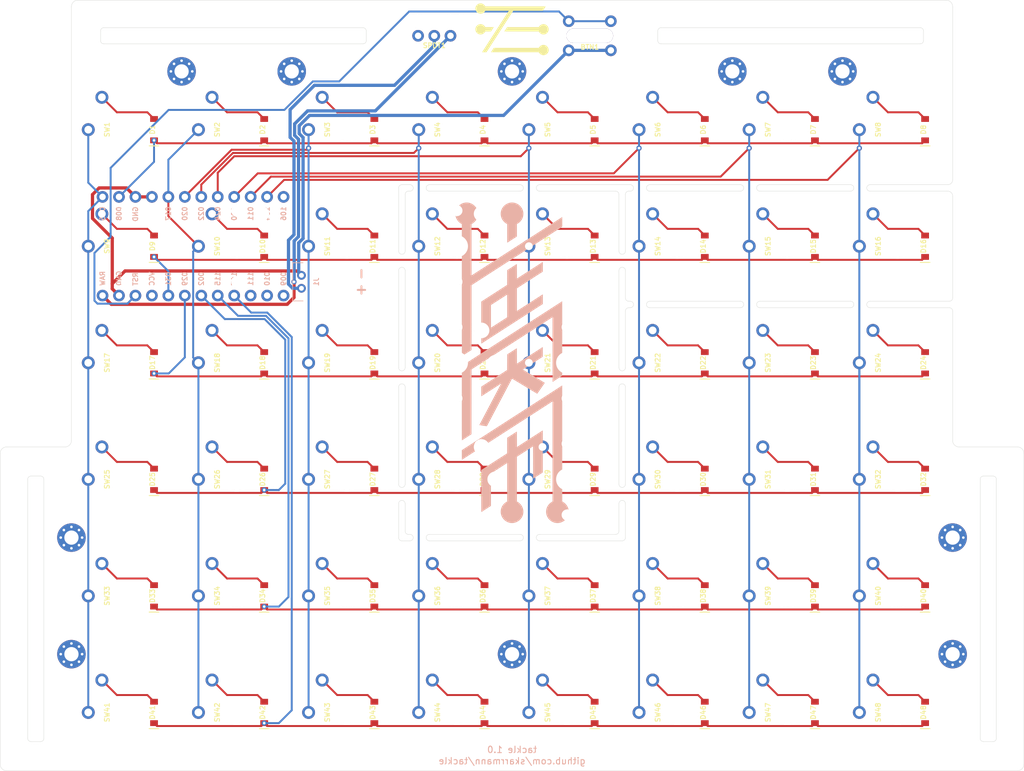
<source format=kicad_pcb>
(kicad_pcb (version 20240108) (generator "pcbnew") (generator_version "8.0")
  (title_block (title "Tackle Choc") (date "2024-11-28") (rev "1.0") (company "skarrmann"))
  (layers (0 "F.Cu" signal) (31 "B.Cu" signal) (34 "B.Paste" user) (35 "F.Paste" user) (36 "B.SilkS" user "B.Silkscreen") (37 "F.SilkS" user "F.Silkscreen") (38 "B.Mask" user) (39 "F.Mask" user) (44 "Edge.Cuts" user))
  (net 0 "")
  (net 1 "GND")
  (net 2 "VCC")
  (net 3 "RESET")
  (net 4 "Net-(D1-A)")
  (net 5 "COL1")
  (net 6 "COL2")
  (net 7 "Net-(D2-A)")
  (net 8 "COL3")
  (net 9 "Net-(D3-A)")
  (net 10 "Net-(D4-A)")
  (net 11 "COL4")
  (net 12 "Net-(D5-A)")
  (net 13 "COL5")
  (net 14 "ROW5")
  (net 15 "Net-(D6-A)")
  (net 16 "ROW6")
  (net 17 "Net-(D7-A)")
  (net 18 "Net-(D8-A)")
  (net 19 "Net-(D9-A)")
  (net 20 "Net-(D10-A)")
  (net 21 "Net-(D11-A)")
  (net 22 "Net-(D12-A)")
  (net 23 "Net-(D13-A)")
  (net 24 "Net-(D14-A)")
  (net 25 "Net-(D15-A)")
  (net 26 "Net-(D16-A)")
  (net 27 "Net-(D17-A)")
  (net 28 "Net-(D18-A)")
  (net 29 "Net-(D19-A)")
  (net 30 "Net-(D20-A)")
  (net 31 "Net-(D21-A)")
  (net 32 "Net-(D22-A)")
  (net 33 "Net-(D23-A)")
  (net 34 "Net-(D24-A)")
  (net 35 "Net-(D25-A)")
  (net 36 "Net-(D26-A)")
  (net 37 "Net-(D27-A)")
  (net 38 "Net-(D28-A)")
  (net 39 "Net-(D29-A)")
  (net 40 "Net-(D30-A)")
  (net 41 "Net-(D31-A)")
  (net 42 "Net-(D32-A)")
  (net 43 "Net-(D33-A)")
  (net 44 "Net-(D34-A)")
  (net 45 "Net-(D35-A)")
  (net 46 "ROW4")
  (net 47 "ROW2")
  (net 48 "ROW1")
  (net 49 "ROW3")
  (net 50 "BAT+")
  (net 51 "RAW")
  (net 52 "Net-(D36-A)")
  (net 53 "Net-(D37-A)")
  (net 54 "Net-(D38-A)")
  (net 55 "Net-(D39-A)")
  (net 56 "Net-(D40-A)")
  (net 57 "Net-(D41-A)")
  (net 58 "Net-(D42-A)")
  (net 59 "Net-(D43-A)")
  (net 60 "Net-(D44-A)")
  (net 61 "Net-(D45-A)")
  (net 62 "Net-(D46-A)")
  (net 63 "Net-(D47-A)")
  (net 64 "Net-(D48-A)")
  (net 65 "COL6")
  (net 66 "COL7")
  (net 67 "COL8")
  (footprint "tackle-footprints:SW_Choc" (layer "F.Cu") (at 122.5 86 90)
    (property "Reference" "SW19")
    (property "Value" "SW_Push" (hide yes))
  )
  (footprint "tackle-footprints:SW_Choc" (layer "F.Cu") (at 207.5 122 90)
    (property "Reference" "SW40")
    (property "Value" "SW_Push" (hide yes))
  )
  (footprint "tackle-footprints:D_SOD-123" (layer "F.Cu") (at 160.75 122 90)
    (property "Reference" "D37")
    (property "Value" "D" (hide yes))
  )
  (footprint "tackle-footprints:SW_Choc" (layer "F.Cu") (at 156.5 140 90)
    (property "Reference" "SW45")
    (property "Value" "SW_Push" (hide yes))
  )
  (footprint "tackle-footprints:SW_Choc" (layer "F.Cu") (at 207.5 50 90)
    (property "Reference" "SW8")
    (property "Value" "SW_Push" (hide yes))
  )
  (footprint "tackle-footprints:SW_Choc" (layer "F.Cu") (at 122.5 68 90)
    (property "Reference" "SW11")
    (property "Value" "SW_Push" (hide yes))
  )
  (footprint "tackle-footprints:SW_Choc" (layer "F.Cu") (at 139.5 86 90)
    (property "Reference" "SW20")
    (property "Value" "SW_Push" (hide yes))
  )
  (footprint "tackle-footprints:D_SOD-123" (layer "F.Cu") (at 177.75 140 90)
    (property "Reference" "D46")
    (property "Value" "D" (hide yes))
  )
  (footprint "tackle-footprints:Mount_M2" (layer "F.Cu") (at 97 41)
    (property "Reference" "H1")
    (property "Value" "Hole_Pad" (hide yes))
  )
  (footprint "tackle-footprints:SW_Choc" (layer "F.Cu") (at 173.5 140 90)
    (property "Reference" "SW46")
    (property "Value" "SW_Push" (hide yes))
  )
  (footprint "tackle-footprints:SW_Choc" (layer "F.Cu") (at 139.5 122 90)
    (property "Reference" "SW36")
    (property "Value" "SW_Push" (hide yes))
  )
  (footprint "tackle-footprints:Mount_M2" (layer "F.Cu") (at 80 131)
    (property "Reference" "H8")
    (property "Value" "Hole_Pad" (hide yes))
  )
  (footprint "tackle-footprints:SW_Choc" (layer "F.Cu") (at 156.5 50 90)
    (property "Reference" "SW5")
    (property "Value" "SW_Push" (hide yes))
  )
  (footprint "tackle-footprints:SW_Choc" (layer "F.Cu") (at 156.5 104 90)
    (property "Reference" "SW29")
    (property "Value" "SW_Push" (hide yes))
  )
  (footprint "tackle-footprints:D_SOD-123" (layer "F.Cu") (at 211.75 140 90)
    (property "Reference" "D48")
    (property "Value" "D" (hide yes))
  )
  (footprint "tackle-footprints:SW_Choc" (layer "F.Cu") (at 105.5 86 90)
    (property "Reference" "SW18")
    (property "Value" "SW_Push" (hide yes))
  )
  (footprint "tackle-footprints:SW_Choc" (layer "F.Cu") (at 105.5 50 90)
    (property "Reference" "SW2")
    (property "Value" "SW_Push" (hide yes))
  )
  (footprint "tackle-footprints:D_SOD-123" (layer "F.Cu") (at 194.75 122 90)
    (property "Reference" "D39")
    (property "Value" "D" (hide yes))
  )
  (footprint "tackle-footprints:D_SOD-123" (layer "F.Cu") (at 126.75 50 90)
    (property "Reference" "D3")
    (property "Value" "D" (hide yes))
  )
  (footprint "tackle-footprints:D_SOD-123" (layer "F.Cu") (at 109.75 104 90)
    (property "Reference" "D26")
    (property "Value" "D" (hide yes))
  )
  (footprint "tackle-footprints:D_SOD-123" (layer "F.Cu") (at 194.75 140 90)
    (property "Reference" "D47")
    (property "Value" "D" (hide yes))
  )
  (footprint "tackle-footprints:D_SOD-123" (layer "F.Cu") (at 109.75 86 90)
    (property "Reference" "D18")
    (property "Value" "D" (hide yes))
  )
  (footprint "tackle-footprints:Logo_Tackle" (layer "F.Cu") (at 148 34.5)
    (property "Reference" "LOGO1" (hide yes))
    (property "Value" "Logo" (hide yes))
  )
  (footprint "tackle-footprints:D_SOD-123" (layer "F.Cu") (at 143.75 50 90)
    (property "Reference" "D4")
    (property "Value" "D" (hide yes))
  )
  (footprint "tackle-footprints:SW_Choc" (layer "F.Cu") (at 88.5 122 90)
    (property "Reference" "SW33")
    (property "Value" "SW_Push" (hide yes))
  )
  (footprint "tackle-footprints:Mount_M2" (layer "F.Cu") (at 216 113)
    (property "Reference" "H7")
    (property "Value" "Hole_Pad" (hide yes))
  )
  (footprint "tackle-footprints:D_SOD-123" (layer "F.Cu") (at 194.75 104 90)
    (property "Reference" "D31")
    (property "Value" "D" (hide yes))
  )
  (footprint "tackle-footprints:Cutout_SW_SS12D00" (layer "F.Cu") (at 160 35.5 180)
    (property "Reference" "CUTOUT2" (hide yes))
    (property "Value" "Cutout-SW_SPDT" (hide yes))
  )
  (footprint "tackle-footprints:D_SOD-123" (layer "F.Cu") (at 143.75 68 90)
    (property "Reference" "D12")
    (property "Value" "D" (hide yes))
  )
  (footprint "tackle-footprints:SW_Choc" (layer "F.Cu") (at 105.5 122 90)
    (property "Reference" "SW34")
    (property "Value" "SW_Push" (hide yes))
  )
  (footprint "tackle-footprints:D_SOD-123" (layer "F.Cu") (at 177.75 50 90)
    (property "Reference" "D6")
    (property "Value" "D" (hide yes))
  )
  (footprint "tackle-footprints:D_SOD-123" (layer "F.Cu") (at 160.75 86 90)
    (property "Reference" "D21")
    (property "Value" "D" (hide yes))
  )
  (footprint "tackle-footprints:Mount_M2" (layer "F.Cu") (at 182 41)
    (property "Reference" "H4")
    (property "Value" "Hole_Pad" (hide yes))
  )
  (footprint "tackle-footprints:D_SOD-123" (layer "F.Cu") (at 92.75 104 90)
    (property "Reference" "D25")
    (property "Value" "D" (hide yes))
  )
  (footprint "tackle-footprints:D_SOD-123" (layer "F.Cu") (at 177.75 68 90)
    (property "Reference" "D14")
    (property "Value" "D" (hide yes))
  )
  (footprint "tackle-footprints:Mount_M2" (layer "F.Cu") (at 148 41)
    (property "Reference" "H3")
    (property "Value" "Hole_Pad" (hide yes))
  )
  (footprint "tackle-footprints:SW_Choc" (layer "F.Cu") (at 139.5 140 90)
    (property "Reference" "SW44")
    (property "Value" "SW_Push" (hide yes))
  )
  (footprint "tackle-footprints:SW_Choc" (layer "F.Cu") (at 88.5 104 90)
    (property "Reference" "SW25")
    (property "Value" "SW_Push" (hide yes))
  )
  (footprint "tackle-footprints:D_SOD-123" (layer "F.Cu") (at 109.75 68 90)
    (property "Reference" "D10")
    (property "Value" "D" (hide yes))
  )
  (footprint "tackle-footprints:SW_Choc" (layer "F.Cu") (at 207.5 104 90)
    (property "Reference" "SW32")
    (property "Value" "SW_Push" (hide yes))
  )
  (footprint "tackle-footprints:SW_Choc" (layer "F.Cu") (at 173.5 86 90)
    (property "Reference" "SW22")
    (property "Value" "SW_Push" (hide yes))
  )
  (footprint "tackle-footprints:SW_Choc" (layer "F.Cu") (at 88.5 68 90)
    (property "Reference" "SW9")
    (property "Value" "SW_Push" (hide yes))
  )
  (footprint "tackle-footprints:D_SOD-123" (layer "F.Cu") (at 126.75 86 90)
    (property "Reference" "D19")
    (property "Value" "D" (hide yes))
  )
  (footprint "tackle-footprints:D_SOD-123" (layer "F.Cu") (at 92.75 122 90)
    (property "Reference" "D33")
    (property "Value" "D" (hide yes))
  )
  (footprint "tackle-footprints:D_SOD-123" (layer "F.Cu") (at 177.75 86 90)
    (property "Reference" "D22")
    (property "Value" "D" (hide yes))
  )
  (footprint "tackle-footprints:SW_Choc" (layer "F.Cu") (at 190.5 104 90)
    (property "Reference" "SW31")
    (property "Value" "SW_Push" (hide yes))
  )
  (footprint "tackle-footprints:D_SOD-123" (layer "F.Cu") (at 211.75 50 90)
    (property "Reference" "D8")
    (property "Value" "D" (hide yes))
  )
  (footprint "tackle-footprints:D_SOD-123" (layer "F.Cu") (at 92.75 140 90)
    (property "Reference" "D41")
    (property "Value" "D" (hide yes))
  )
  (footprint "tackle-footprints:SW_Choc" (layer "F.Cu") (at 122.5 122 90)
    (property "Reference" "SW35")
    (property "Value" "SW_Push" (hide yes))
  )
  (footprint "tackle-footprints:D_SOD-123" (layer "F.Cu") (at 143.75 122 90)
    (property "Reference" "D36")
    (property "Value" "D" (hide yes))
  )
  (footprint "tackle-footprints:D_SOD-123" (layer "F.Cu") (at 194.75 50 90)
    (property "Reference" "D7")
    (property "Value" "D" (hide yes))
  )
  (footprint "tackle-footprints:D_SOD-123" (layer "F.Cu") (at 92.75 50 90)
    (property "Reference" "D1")
    (property "Value" "D" (hide yes))
  )
  (footprint "tackle-footprints:SW_Choc" (layer "F.Cu") (at 156.5 68 90)
    (property "Reference" "SW13")
    (property "Value" "SW_Push" (hide yes))
  )
  (footprint "tackle-footprints:SW_Choc" (layer "F.Cu") (at 190.5 68 90)
    (property "Reference" "SW15")
    (property "Value" "SW_Push" (hide yes))
  )
  (footprint "tackle-footprints:SW_Choc" (layer "F.Cu") (at 207.5 140 90)
    (property "Reference" "SW48")
    (property "Value" "SW_Push" (hide yes))
  )
  (footprint "tackle-footprints:Mount_M2" (layer "F.Cu") (at 216 131)
    (property "Reference" "H10")
    (property "Value" "Hole_Pad" (hide yes))
  )
  (footprint "tackle-footprints:D_SOD-123" (layer "F.Cu") (at 143.75 140 90)
    (property "Reference" "D44")
    (property "Value" "D" (hide yes))
  )
  (footprint "tackle-footprints:SW_Choc" (layer "F.Cu") (at 173.5 122 90)
    (property "Reference" "SW38")
    (property "Value" "SW_Push" (hide yes))
  )
  (footprint "tackle-footprints:D_SOD-123" (layer "F.Cu") (at 143.75 86 90)
    (property "Reference" "D20")
    (property "Value" "D" (hide yes))
  )
  (footprint "tackle-footprints:SW_Choc" (layer "F.Cu") (at 190.5 50 90)
    (property "Reference" "SW7")
    (property "Value" "SW_Push" (hide yes))
  )
  (footprint "tackle-footprints:D_SOD-123" (layer "F.Cu") (at 126.75 122 90)
    (property "Reference" "D35")
    (property "Value" "D" (hide yes))
  )
  (footprint "tackle-footprints:SW_Choc" (layer "F.Cu") (at 139.5 104 90)
    (property "Reference" "SW28")
    (property "Value" "SW_Push" (hide yes))
  )
  (footprint "tackle-footprints:D_SOD-123" (layer "F.Cu") (at 160.75 104 90)
    (property "Reference" "D29")
    (property "Value" "D" (hide yes))
  )
  (footprint "tackle-footprints:Mount_M2" (layer "F.Cu") (at 114 41)
    (property "Reference" "H2")
    (property "Value" "Hole_Pad" (hide yes))
  )
  (footprint "tackle-footprints:SW_Choc" (layer "F.Cu") (at 190.5 140 90)
    (property "Reference" "SW47")
    (property "Value" "SW_Push" (hide yes))
  )
  (footprint "tackle-footprints:Cutout_SW_Push_6mm" (layer "F.Cu") (at 136 35.5 180)
    (property "Reference" "CUTOUT3" (hide yes))
    (property "Value" "Cutout-BTN" (hide yes))
  )
  (footprint "tackle-footprints:D_SOD-123" (layer "F.Cu") (at 160.75 68 90)
    (property "Reference" "D13")
    (property "Value" "D" (hide yes))
  )
  (footprint "tackle-footprints:D_SOD-123" (layer "F.Cu") (at 211.75 122 90)
    (property "Reference" "D40")
    (property "Value" "D" (hide yes))
  )
  (footprint "tackle-footprints:D_SOD-123" (layer "F.Cu") (at 143.75 104 90)
    (property "Reference" "D28")
    (property "Value" "D" (hide yes))
  )
  (footprint "tackle-footprints:D_SOD-123" (layer "F.Cu") (at 92.75 68 90)
    (property "Reference" "D9")
    (property "Value" "D" (hide yes))
  )
  (footprint "tackle-footprints:SW_Choc" (layer "F.Cu") (at 190.5 86 90)
    (property "Reference" "SW23")
    (property "Value" "SW_Push" (hide yes))
  )
  (footprint "tackle-footprints:SW_Choc" (layer "F.Cu") (at 173.5 68 90)
    (property "Reference" "SW14")
    (property "Value" "SW_Push" (hide yes))
  )
  (footprint "tackle-footprints:SW_Choc" (layer "F.Cu") (at 105.5 140 90)
    (property "Reference" "SW42")
    (property "Value" "SW_Push" (hide yes))
  )
  (footprint "tackle-footprints:SW_Push_6mm" (layer "F.Cu") (at 160 35.5)
    (property "Reference" "BTN1")
    (property "Value" "RESET" (hide yes))
  )
  (footprint "tackle-footprints:SW_Choc" (layer "F.Cu") (at 156.5 122 90)
    (property "Reference" "SW37")
    (property "Value" "SW_Push" (hide yes))
  )
  (footprint "tackle-footprints:D_SOD-123" (layer "F.Cu") (at 126.75 68 90)
    (property "Reference" "D11")
    (property "Value" "D" (hide yes))
  )
  (footprint "tackle-footprints:SW_Choc" (layer "F.Cu") (at 88.5 140 90)
    (property "Reference" "SW41")
    (property "Value" "SW_Push" (hide yes))
  )
  (footprint "tackle-footprints:SW_Choc" (layer "F.Cu") (at 190.5 122 90)
    (property "Reference" "SW39")
    (property "Value" "SW_Push" (hide yes))
  )
  (footprint "tackle-footprints:D_SOD-123" (layer "F.Cu") (at 126.75 140 90)
    (property "Reference" "D43")
    (property "Value" "D" (hide yes))
  )
  (footprint "tackle-footprints:D_SOD-123" (layer "F.Cu") (at 194.75 86 90)
    (property "Reference" "D23")
    (property "Value" "D" (hide yes))
  )
  (footprint "tackle-footprints:D_SOD-123" (layer "F.Cu") (at 211.75 86 90)
    (property "Reference" "D24")
    (property "Value" "D" (hide yes))
  )
  (footprint "tackle-footprints:SW_Choc" (layer "F.Cu") (at 122.5 140 90)
    (property "Reference" "SW43")
    (property "Value" "SW_Push" (hide yes))
  )
  (footprint "tackle-footprints:D_SOD-123" (layer "F.Cu") (at 109.75 122 90)
    (property "Reference" "D34")
    (property "Value" "D" (hide yes))
  )
  (footprint "tackle-footprints:SW_Choc" (layer "F.Cu") (at 207.5 86 90)
    (property "Reference" "SW24")
    (property "Value" "SW_Push" (hide yes))
  )
  (footprint "tackle-footprints:SW_Choc" (layer "F.Cu") (at 105.5 104 90)
    (property "Reference" "SW26")
    (property "Value" "SW_Push" (hide yes))
  )
  (footprint "tackle-footprints:D_SOD-123" (layer "F.Cu") (at 160.75 50 90)
    (property "Reference" "D5")
    (property "Value" "D" (hide yes))
  )
  (footprint "tackle-footprints:D_SOD-123" (layer "F.Cu") (at 211.75 104 90)
    (property "Reference" "D32")
    (property "Value" "D" (hide yes))
  )
  (footprint "tackle-footprints:D_SOD-123" (layer "F.Cu") (at 211.75 68 90)
    (property "Reference" "D16")
    (property "Value" "D" (hide yes))
  )
  (footprint "tackle-footprints:SW_SS12D00" (layer "F.Cu") (at 136 35.5)
    (property "Reference" "SPDT1")
    (property "Value" "SW_SPDT" (hide yes))
  )
  (footprint "tackle-footprints:D_SOD-123" (layer "F.Cu") (at 92.75 86 90)
    (property "Reference" "D17")
    (property "Value" "D" (hide yes))
  )
  (footprint "tackle-footprints:SW_Choc" (layer "F.Cu") (at 122.5 104 90)
    (property "Reference" "SW27")
    (property "Value" "SW_Push" (hide yes))
  )
  (footprint "tackle-footprints:D_SOD-123" (layer "F.Cu") (at 109.75 140 90)
    (property "Reference" "D42")
    (property "Value" "D" (hide yes))
  )
  (footprint "tackle-footprints:D_SOD-123" (layer "F.Cu") (at 160.75 140 90)
    (property "Reference" "D45")
    (property "Value" "D" (hide yes))
  )
  (footprint "tackle-footprints:Mount_M2" (layer "F.Cu") (at 80 113)
    (property "Reference" "H6")
    (property "Value" "Hole_Pad" (hide yes))
  )
  (footprint "tackle-footprints:D_SOD-123" (layer "F.Cu") (at 126.75 104 90)
    (property "Reference" "D27")
    (property "Value" "D" (hide yes))
  )
  (footprint "tackle-footprints:SW_Choc" (layer "F.Cu") (at 88.5 86 90)
    (property "Reference" "SW17")
    (property "Value" "SW_Push" (hide yes))
  )
  (footprint "tackle-footprints:SW_Choc" (layer "F.Cu") (at 139.5 50 90)
    (property "Reference" "SW4")
    (property "Value" "SW_Push" (hide yes))
  )
  (footprint "tackle-footprints:D_SOD-123" (layer "F.Cu") (at 177.75 122 90)
    (property "Reference" "D38")
    (property "Value" "D" (hide yes))
  )
  (footprint "tackle-footprints:Mount_M2" (layer "F.Cu") (at 148 131)
    (property "Reference" "H9")
    (property "Value" "Hole_Pad" (hide yes))
  )
  (footprint "tackle-footprints:SW_Choc" (layer "F.Cu") (at 88.5 50 90)
    (property "Reference" "SW1")
    (property "Value" "SW_Push" (hide yes))
  )
  (footprint "tackle-footprints:Mount_M2" (layer "F.Cu") (at 199 41)
    (property "Reference" "H5")
    (property "Value" "Hole_Pad" (hide yes))
  )
  (footprint "tackle-footprints:SW_Choc" (layer "F.Cu") (at 156.5 86 90)
    (property "Reference" "SW21")
    (property "Value" "SW_Push" (hide yes))
  )
  (footprint "tackle-footprints:D_SOD-123" (layer "F.Cu") (at 194.75 68 90)
    (property "Reference" "D15")
    (property "Value" "D" (hide yes))
  )
  (footprint "tackle-footprints:SW_Choc" (layer "F.Cu") (at 207.5 68 90)
    (property "Reference" "SW16")
    (property "Value" "SW_Push" (hide yes))
  )
  (footprint "tackle-footprints:SW_Choc" (layer "F.Cu") (at 105.5 68 90)
    (property "Reference" "SW10")
    (property "Value" "SW_Push" (hide yes))
  )
  (footprint "tackle-footprints:SW_Choc" (layer "F.Cu") (at 122.5 50 90)
    (property "Reference" "SW3")
    (property "Value" "SW_Push" (hide yes))
  )
  (footprint "tackle-footprints:SW_Choc" (layer "F.Cu") (at 173.5 104 90)
    (property "Reference" "SW30")
    (property "Value" "SW_Push" (hide yes))
  )
  (footprint "tackle-footprints:D_SOD-123" (layer "F.Cu") (at 109.75 50 90)
    (property "Reference" "D2")
    (property "Value" "D" (hide yes))
  )
  (footprint "tackle-footprints:D_SOD-123" (layer "F.Cu") (at 177.75 104 90)
    (property "Reference" "D30")
    (property "Value" "D" (hide yes))
  )
  (footprint "tackle-footprints:SW_Choc" (layer "F.Cu") (at 139.5 68 90)
    (property "Reference" "SW12")
    (property "Value" "SW_Push" (hide yes))
  )
  (footprint "tackle-footprints:SW_Choc" (layer "F.Cu") (at 173.5 50 90)
    (property "Reference" "SW6")
    (property "Value" "SW_Push" (hide yes))
  )
  (footprint "tackle-footprints:nice!nano" (layer "B.Cu") (at 81 68 -90)
    (property "Reference" "U1" (hide yes))
    (property "Value" "nice!nano" (hide yes))
  )
  (footprint "tackle-footprints:Logo_Tackle_Name" (layer "B.Cu") (at 148 86 -90)
    (property "Reference" "LOGO2" (hide yes))
    (property "Value" "Logo-Name" (hide yes))
  )
  (footprint "tackle-footprints:JST_PH_S2B-PH-K_1x02_P2.00mm_Horizontal" (layer "B.Cu") (at 114.15 73.5 -90)
    (property "Reference" "J1")
    (property "Value" "Conn_01x02" (hide yes))
  )
  (gr_arc (start 164.5 89.749997) (mid 165.000002 89.25) (end 165.5 89.75) (stroke (width 0.05)) (layer "Edge.Cuts"))
  (gr_line (start 171 36.75) (end 211 36.75) (stroke (width 0.05)) (layer "Edge.Cuts"))
  (gr_arc (start 215.5 77.5) (mid 215.853553 77.646447) (end 216 78) (stroke (width 0.05)) (layer "Edge.Cuts"))
  (gr_line (start 132.25 113.5) (end 131 113.5) (stroke (width 0.05)) (layer "Edge.Cuts"))
  (gr_line (start 149.250001 59.5) (end 135.25 59.5) (stroke (width 0.05)) (layer "Edge.Cuts"))
  (gr_line (start 152.25 112.5) (end 164 112.5) (stroke (width 0.05)) (layer "Edge.Cuts"))
  (gr_arc (start 70 149) (mid 69.292893 148.707107) (end 69 148) (stroke (width 0.05)) (layer "Edge.Cuts"))
  (gr_line (start 165.5 71.749999) (end 165.5 76) (stroke (width 0.05)) (layer "Edge.Cuts"))
  (gr_arc (start 73.25 103.999999) (mid 73.396447 103.646446) (end 73.75 103.499999) (stroke (width 0.05)) (layer "Edge.Cuts"))
  (gr_line (start 215.5 76.5) (end 203.25 76.5) (stroke (width 0.05)) (layer "Edge.Cuts"))
  (gr_line (start 149.25 113.5) (end 135.25 113.5) (stroke (width 0.05)) (layer "Edge.Cuts"))
  (gr_arc (start 79.999998 98) (mid 79.707105 98.707106) (end 78.999998 99) (stroke (width 0.05)) (layer "Edge.Cuts"))
  (gr_line (start 166 59.5) (end 166.25 59.5) (stroke (width 0.05)) (layer "Edge.Cuts"))
  (gr_line (start 164.5 112) (end 164.500004 107.749999) (stroke (width 0.05)) (layer "Edge.Cuts"))
  (gr_line (start 171 34.25) (end 211 34.25) (stroke (width 0.05)) (layer "Edge.Cuts"))
  (gr_line (start 216 78) (end 216.000002 98) (stroke (width 0.05)) (layer "Edge.Cuts"))
  (gr_arc (start 84.5 34.75) (mid 84.646447 34.396447) (end 85 34.25) (stroke (width 0.05)) (layer "Edge.Cuts"))
  (gr_line (start 165.5 89.75) (end 165.5 104.750002) (stroke (width 0.05)) (layer "Edge.Cuts"))
  (gr_line (start 164.500004 71.749999) (end 164.5 86.75) (stroke (width 0.05)) (layer "Edge.Cuts"))
  (gr_line (start 131 58.5) (end 132.25 58.5) (stroke (width 0.05)) (layer "Edge.Cuts"))
  (gr_line (start 169.25 58.5) (end 183.25 58.5) (stroke (width 0.05)) (layer "Edge.Cuts"))
  (gr_line (start 183.250001 59.5) (end 169.25 59.5) (stroke (width 0.05)) (layer "Edge.Cuts"))
  (gr_line (start 125.499999 36.249999) (end 125.499999 34.749999) (stroke (width 0.05)) (layer "Edge.Cuts"))
  (gr_arc (start 165.5 78) (mid 165.646447 77.646447) (end 166 77.5) (stroke (width 0.05)) (layer "Edge.Cuts"))
  (gr_line (start 70 99.000002) (end 78.999998 99) (stroke (width 0.05)) (layer "Edge.Cuts"))
  (gr_arc (start 203.249999 77.5) (mid 202.75 76.999999) (end 203.25 76.5) (stroke (width 0.05)) (layer "Edge.Cuts"))
  (gr_line (start 130.5 89.75) (end 130.5 104.750001) (stroke (width 0.05)) (layer "Edge.Cuts"))
  (gr_arc (start 132.25 112.5) (mid 132.75 113) (end 132.25 113.5) (stroke (width 0.05)) (layer "Edge.Cuts"))
  (gr_line (start 216 60.249999) (end 216 76) (stroke (width 0.05)) (layer "Edge.Cuts"))
  (gr_line (start 183.25 76.5) (end 169.249999 76.5) (stroke (width 0.05)) (layer "Edge.Cuts"))
  (gr_line (start 216 31) (end 216 57.750001) (stroke (width 0.05)) (layer "Edge.Cuts"))
  (gr_arc (start 130.5 59.000002) (mid 130.646446 58.646447) (end 131 58.5) (stroke (width 0.05)) (layer "Edge.Cuts"))
  (gr_line (start 130.5 59.000002) (end 130.5 68.750001) (stroke (width 0.05)) (layer "Edge.Cuts"))
  (gr_arc (start 164.500004 71.749999) (mid 165.000002 71.250001) (end 165.5 71.749999) (stroke (width 0.05)) (layer "Edge.Cuts"))
  (gr_line (start 200.250001 59.5) (end 186.25 59.5) (stroke (width 0.05)) (layer "Edge.Cuts"))
  (gr_arc (start 165.5 68.750002) (mid 165.000001 69.25) (end 164.5 68.750003) (stroke (width 0.05)) (layer "Edge.Cuts"))
  (gr_line (start 170.5 34.75) (end 170.5 36.25) (stroke (width 0.05)) (layer "Edge.Cuts"))
  (gr_arc (start 130.5 107.75) (mid 131 107.25) (end 131.5 107.75) (stroke (width 0.05)) (layer "Edge.Cuts"))
  (gr_arc (start 211 34.249998) (mid 211.353554 34.396444) (end 211.5 34.749998) (stroke (width 0.05)) (layer "Edge.Cuts"))
  (gr_line (start 85 36.75) (end 125 36.75) (stroke (width 0.05)) (layer "Edge.Cuts"))
  (gr_line (start 166.25 77.5) (end 166 77.5) (stroke (width 0.05)) (layer "Edge.Cuts"))
  (gr_line (start 132 59.5) (end 132.25 59.5) (stroke (width 0.05)) (layer "Edge.Cuts"))
  (gr_arc (start 135.25 113.5) (mid 134.75 113) (end 135.249999 112.5) (stroke (width 0.05)) (layer "Edge.Cuts"))
  (gr_line (start 222.250001 103.5) (end 220.749999 103.5) (stroke (width 0.05)) (layer "Edge.Cuts"))
  (gr_arc (start 85 36.75) (mid 84.646447 36.603553) (end 84.5 36.25) (stroke (width 0.05)) (layer "Edge.Cuts"))
  (gr_arc (start 149.250003 58.5) (mid 149.75 59.000001) (end 149.250001 59.5) (stroke (width 0.05)) (layer "Edge.Cuts"))
  (gr_arc (start 80.000001 31.000001) (mid 80.292894 30.292894) (end 81.000001 30.000001) (stroke (width 0.05)) (layer "Edge.Cuts"))
  (gr_arc (start 216 57.750001) (mid 215.78033 58.28033) (end 215.25 58.5) (stroke (width 0.05)) (layer "Edge.Cuts"))
  (gr_arc (start 200.250003 58.5) (mid 200.75 59.000001) (end 200.250001 59.5) (stroke (width 0.05)) (layer "Edge.Cuts"))
  (gr_arc (start 169.25 59.5) (mid 168.75 59) (end 169.25 58.5) (stroke (width 0.05)) (layer "Edge.Cuts"))
  (gr_line (start 131.5 107.75) (end 131.5 112) (stroke (width 0.05)) (layer "Edge.Cuts"))
  (gr_line (start 75.750001 144.000001) (end 75.750002 103.999999) (stroke (width 0.05)) (layer "Edge.Cuts"))
  (gr_arc (start 215.25 59.5) (mid 215.78033 59.71967) (end 216 60.249999) (stroke (width 0.05)) (layer "Edge.Cuts"))
  (gr_arc (start 132.25 58.5) (mid 132.75 59) (end 132.25 59.5) (stroke (width 0.05)) (layer "Edge.Cuts"))
  (gr_arc (start 171 36.75) (mid 170.646447 36.603553) (end 170.5 36.25) (stroke (width 0.05)) (layer "Edge.Cuts"))
  (gr_line (start 215.25 58.5) (end 203.249999 58.5) (stroke (width 0.05)) (layer "Edge.Cuts"))
  (gr_line (start 85 34.25) (end 125 34.25) (stroke (width 0.05)) (layer "Edge.Cuts"))
  (gr_arc (start 215 30) (mid 215.707107 30.292893) (end 216 31) (stroke (width 0.05)) (layer "Edge.Cuts"))
  (gr_arc (start 227 148) (mid 226.707107 148.707107) (end 226 149) (stroke (width 0.05)) (layer "Edge.Cuts"))
  (gr_line (start 165.5 78) (end 165.5 86.75) (stroke (width 0.05)) (layer "Edge.Cuts"))
  (gr_line (start 225.999999 99.000001) (end 217 99) (stroke (width 0.05)) (layer "Edge.Cuts"))
  (gr_line (start 130.5 71.75) (end 130.5 86.750001) (stroke (width 0.05)) (layer "Edge.Cuts"))
  (gr_arc (start 132 112.5) (mid 131.646447 112.353553) (end 131.5 112) (stroke (width 0.05)) (layer "Edge.Cuts"))
  (gr_line (start 166 76.5) (end 166.25 76.5) (stroke (width 0.05)) (layer "Edge.Cuts"))
  (gr_line (start 164.5 89.749997) (end 164.5 104.750003) (stroke (width 0.05)) (layer "Edge.Cuts"))
  (gr_arc (start 69 100.000002) (mid 69.292893 99.292894) (end 70 99.000002) (stroke (width 0.05)) (layer "Edge.Cuts"))
  (gr_arc (start 165.5 113) (mid 165.353553 113.353553) (end 165 113.5) (stroke (width 0.05)) (layer "Edge.Cuts"))
  (gr_line (start 186.249997 76.5) (end 200.250002 76.5) (stroke (width 0.05)) (layer "Edge.Cuts"))
  (gr_line (start 165 113.5) (end 152.25 113.5) (stroke (width 0.05)) (layer "Edge.Cuts"))
  (gr_arc (start 183.25 58.5) (mid 183.75 59) (end 183.250001 59.5) (stroke (width 0.05)) (layer "Edge.Cuts"))
  (gr_line (start 149.250001 112.5) (end 135.249999 112.5) (stroke (width 0.05)) (layer "Edge.Cuts"))
  (gr_arc (start 169.25 77.5) (mid 168.75 77) (end 169.249999 76.5) (stroke (width 0.05)) (layer "Edge.Cuts"))
  (gr_arc (start 125.5 36.25) (mid 125.353553 36.603553) (end 125 36.75) (stroke (width 0.05)) (layer "Edge.Cuts"))
  (gr_line (start 130.5 107.75) (end 130.5 113) (stroke (width 0.05)) (layer "Edge.Cuts"))
  (gr_arc (start 164 59.5) (mid 164.353553 59.646447) (end 164.5 60) (stroke (width 0.05)) (layer "Edge.Cuts"))
  (gr_line (start 68.999999 148.000001) (end 69 100.000002) (stroke (width 0.05)) (layer "Edge.Cuts"))
  (gr_arc (start 217.000002 99) (mid 216.292894 98.707107) (end 216.000002 98) (stroke (width 0.05)) (layer "Edge.Cuts"))
  (gr_arc (start 211.5 36.25) (mid 211.353553 36.603553) (end 211 36.75) (stroke (width 0.05)) (layer "Edge.Cuts"))
  (gr_arc (start 131.5 104.750003) (mid 130.999999 105.25) (end 130.5 104.750001) (stroke (width 0.05)) (layer "Edge.Cuts"))
  (gr_arc (start 164.500004 107.749999) (mid 165.000002 107.250001) (end 165.5 107.75) (stroke (width 0.05)) (layer "Edge.Cuts"))
  (gr_line (start 220.749999 144.5) (end 222.250001 144.5) (stroke (width 0.05)) (layer "Edge.Cuts"))
  (gr_arc (start 131 113.5) (mid 130.646447 113.353553) (end 130.5 113) (stroke (width 0.05)) (layer "Edge.Cuts"))
  (gr_line (start 73.249999 144.000001) (end 73.25 103.999999) (stroke (width 0.05)) (layer "Edge.Cuts"))
  (gr_arc (start 165.5 104.750002) (mid 165.000001 105.25) (end 164.5 104.750003) (stroke (width 0.05)) (layer "Edge.Cuts"))
  (gr_arc (start 135.25 59.5) (mid 134.75 59) (end 135.25 58.5) (stroke (width 0.05)) (layer "Edge.Cuts"))
  (gr_line (start 215.25 59.5) (end 203.25 59.5) (stroke (width 0.05)) (layer "Edge.Cuts"))
  (gr_line (start 135.25 58.5) (end 149.250003 58.5) (stroke (width 0.05)) (layer "Edge.Cuts"))
  (gr_line (start 152.25 58.5) (end 166.25 58.5) (stroke (width 0.05)) (layer "Edge.Cuts"))
  (gr_arc (start 165.5 86.75) (mid 165 87.25) (end 164.5 86.75) (stroke (width 0.05)) (layer "Edge.Cuts"))
  (gr_arc (start 186.249998 77.5) (mid 185.75 77.000001) (end 186.249997 76.5) (stroke (width 0.05)) (layer "Edge.Cuts"))
  (gr_line (start 152.25 59.5) (end 164 59.5) (stroke (width 0.05)) (layer "Edge.Cuts"))
  (gr_line (start 222.75 144.000001) (end 222.750001 103.999999) (stroke (width 0.05)) (layer "Edge.Cuts"))
  (gr_arc (start 152.25 113.5) (mid 151.75 113) (end 152.25 112.5) (stroke (width 0.05)) (layer "Edge.Cuts"))
  (gr_arc (start 130.5 89.75) (mid 131 89.25) (end 131.5 89.75) (stroke (width 0.05)) (layer "Edge.Cuts"))
  (gr_line (start 164.5 60) (end 164.5 68.750003) (stroke (width 0.05)) (layer "Edge.Cuts"))
  (gr_arc (start 131.5 68.750003) (mid 130.999999 69.25) (end 130.5 68.750001) (stroke (width 0.05)) (layer "Edge.Cuts"))
  (gr_arc (start 165.5 60) (mid 165.646447 59.646447) (end 166 59.5) (stroke (width 0.05)) (layer "Edge.Cuts"))
  (gr_line (start 131.5 89.75) (end 131.5 104.750003) (stroke (width 0.05)) (layer "Edge.Cuts"))
  (gr_arc (start 131.5 86.750003) (mid 130.999999 87.25) (end 130.5 86.750001) (stroke (width 0.05)) (layer "Edge.Cuts"))
  (gr_line (start 84.5 34.75) (end 84.5 36.25) (stroke (width 0.05)) (layer "Edge.Cuts"))
  (gr_line (start 226 149) (end 70 149) (stroke (width 0.05)) (layer "Edge.Cuts"))
  (gr_line (start 165.5 113) (end 165.5 107.75) (stroke (width 0.05)) (layer "Edge.Cuts"))
  (gr_line (start 220.249998 144.000001) (end 220.249999 103.999999) (stroke (width 0.05)) (layer "Edge.Cuts"))
  (gr_line (start 200.25 77.5) (end 186.249998 77.5) (stroke (width 0.05)) (layer "Edge.Cuts"))
  (gr_arc (start 222.250001 103.499999) (mid 222.603554 103.646446) (end 222.750001 103.999999) (stroke (width 0.05)) (layer "Edge.Cuts"))
  (gr_arc (start 164.5 112) (mid 164.353553 112.353553) (end 164 112.5) (stroke (width 0.05)) (layer "Edge.Cuts"))
  (gr_line (start 131.5 71.75) (end 131.5 86.750003) (stroke (width 0.05)) (layer "Edge.Cuts"))
  (gr_line (start 165.5 60) (end 165.5 68.750002) (stroke (width 0.05)) (layer "Edge.Cuts"))
  (gr_arc (start 216 76) (mid 215.853553 76.353553) (end 215.5 76.5) (stroke (width 0.05)) (layer "Edge.Cuts"))
  (gr_line (start 81 30) (end 215 30) (stroke (width 0.05)) (layer "Edge.Cuts"))
  (gr_arc (start 131.5 60) (mid 131.646447 59.646447) (end 132 59.5) (stroke (width 0.05)) (layer "Edge.Cuts"))
  (gr_line (start 211.499999 36.249999) (end 211.499999 34.749999) (stroke (width 0.05)) (layer "Edge.Cuts"))
  (gr_arc (start 186.25 59.5) (mid 185.75 59) (end 186.25 58.5) (stroke (width 0.05)) (layer "Edge.Cuts"))
  (gr_arc (start 226 99.000002) (mid 226.707106 99.292895) (end 227 100.000002) (stroke (width 0.05)) (layer "Edge.Cuts"))
  (gr_arc (start 73.749999 144.500001) (mid 73.396446 144.353554) (end 73.249999 144.000001) (stroke (width 0.05)) (layer "Edge.Cuts"))
  (gr_arc (start 125 34.249998) (mid 125.353553 34.396445) (end 125.5 34.749998) (stroke (width 0.05)) (layer "Edge.Cuts"))
  (gr_line (start 215.5 77.5) (end 203.249999 77.5) (stroke (width 0.05)) (layer "Edge.Cuts"))
  (gr_arc (start 183.25 76.5) (mid 183.75 77) (end 183.250001 77.5) (stroke (width 0.05)) (layer "Edge.Cuts"))
  (gr_line (start 131.5 68.750003) (end 131.5 60) (stroke (width 0.05)) (layer "Edge.Cuts"))
  (gr_line (start 73.75 144.5) (end 75.250002 144.5) (stroke (width 0.05)) (layer "Edge.Cuts"))
  (gr_line (start 79.999998 98) (end 80.000001 31.000001) (stroke (width 0.05)) (layer "Edge.Cuts"))
  (gr_arc (start 130.5 71.75) (mid 131 71.25) (end 131.5 71.75) (stroke (width 0.05)) (layer "Edge.Cuts"))
  (gr_line (start 75.250002 103.5) (end 73.75 103.5) (stroke (width 0.05)) (layer "Edge.Cuts"))
  (gr_arc (start 75.750001 144.000001) (mid 75.603554 144.353554) (end 75.250001 144.500001) (stroke (width 0.05)) (layer "Edge.Cuts"))
  (gr_arc (start 166.25 76.5) (mid 166.75 77) (end 166.25 77.5) (stroke (width 0.05)) (layer "Edge.Cuts"))
  (gr_arc (start 220.749998 144.500001) (mid 220.396445 144.353554) (end 220.249998 144.000001) (stroke (width 0.05)) (layer "Edge.Cuts"))
  (gr_arc (start 170.5 34.75) (mid 170.646447 34.396447) (end 171 34.25) (stroke (width 0.05)) (layer "Edge.Cuts"))
  (gr_line (start 169.25 77.5) (end 183.250001 77.5) (stroke (width 0.05)) (layer "Edge.Cuts"))
  (gr_arc (start 149.250001 112.5) (mid 149.75 113.000001) (end 149.25 113.5) (stroke (width 0.05)) (layer "Edge.Cuts"))
  (gr_arc (start 222.75 144.000001) (mid 222.603553 144.353554) (end 222.25 144.500001) (stroke (width 0.05)) (layer "Edge.Cuts"))
  (gr_arc (start 220.249999 103.999999) (mid 220.396446 103.646446) (end 220.749999 103.499999) (stroke (width 0.05)) (layer "Edge.Cuts"))
  (gr_arc (start 75.250002 103.499999) (mid 75.603555 103.646446) (end 75.750002 103.999999) (stroke (width 0.05)) (layer "Edge.Cuts"))
  (gr_arc (start 166 76.5) (mid 165.646447 76.353553) (end 165.5 76) (stroke (width 0.05)) (layer "Edge.Cuts"))
  (gr_arc (start 200.250002 76.5) (mid 200.75 77.000001) (end 200.25 77.5) (stroke (width 0.05)) (layer "Edge.Cuts"))
  (gr_arc (start 203.25 59.5) (mid 202.75 59) (end 203.249999 58.5) (stroke (width 0.05)) (layer "Edge.Cuts"))
  (gr_line (start 227.000001 148.000001) (end 227 100.000002) (stroke (width 0.05)) (layer "Edge.Cuts"))
  (gr_arc (start 152.25 59.5) (mid 151.75 59) (end 152.25 58.5) (stroke (width 0.05)) (layer "Edge.Cuts"))
  (gr_line (start 186.25 58.5) (end 200.250003 58.5) (stroke (width 0.05)) (layer "Edge.Cuts"))
  (gr_arc (start 166.25 58.5) (mid 166.75 59) (end 166.25 59.5) (stroke (width 0.05)) (layer "Edge.Cuts"))
  (gr_line (start 132 112.5) (end 132.25 112.5) (stroke (width 0.05)) (layer "Edge.Cuts"))
  (gr_text "github.com/skarrmann/tackle" (at 148 147.5 0) (layer "B.SilkS") (effects (font (size 1 1)) (justify mirror)))
  (gr_text "tackle 1.0" (at 148 145.75 0) (layer "B.SilkS") (effects (font (size 1 1)) (justify mirror)))
  (segment (start 88.265812 71.825) (end 114.825 71.825) (width 0.5) (layer "F.Cu") (net 1))
  (segment (start 86.3 73.790812) (end 88.265812 71.825) (width 0.5) (layer "F.Cu") (net 1))
  (segment (start 88.5 59) (end 89.88 60.38) (width 0.5) (layer "F.Cu") (net 1))
  (segment (start 89.88 60.38) (end 92.42 60.38) (width 0.5) (layer "F.Cu") (net 1))
  (segment (start 114.825 71.825) (end 115.5 72.5) (width 0.5) (layer "F.Cu") (net 1))
  (segment (start 86.3 66.75) (end 83.25 63.7) (width 0.5) (layer "F.Cu") (net 1))
  (segment (start 83.25 63.7) (end 83.25 60.020811) (width 0.5) (layer "F.Cu") (net 1))
  (segment (start 84.270811 59) (end 88.5 59) (width 0.5) (layer "F.Cu") (net 1))
  (segment (start 87.34 75.62) (end 86.3 74.58) (width 0.5) (layer "F.Cu") (net 1))
  (segment (start 86.3 74.58) (end 86.3 66.75) (width 0.5) (layer "F.Cu") (net 1))
  (segment (start 83.25 60.020811) (end 84.270811 59) (width 0.5) (layer "F.Cu") (net 1))
  (segment (start 86.7 74.98) (end 87.34 75.62) (width 0.5) (layer "F.Cu") (net 1))
  (segment (start 115.75 66.79939) (end 115.75 51.20061) (width 0.5) (layer "B.Cu") (net 1))
  (segment (start 115.075 72.075) (end 115.075 67.47439) (width 0.5) (layer "B.Cu") (net 1))
  (segment (start 115.5 72.5) (end 115.075 72.075) (width 0.5) (layer "B.Cu") (net 1))
  (segment (start 115.75 51.20061) (end 115.15 50.60061) (width 0.5) (layer "B.Cu") (net 1))
  (segment (start 156.75 37.75) (end 163.25 37.75) (width 0.5) (layer "B.Cu") (net 1))
  (segment (start 116.74939 47.8) (end 146.7 47.8) (width 0.5) (layer "B.Cu") (net 1))
  (segment (start 115.075 67.47439) (end 115.75 66.79939) (width 0.5) (layer "B.Cu") (net 1))
  (segment (start 115.15 50.60061) (end 115.15 49.39939) (width 0.5) (layer "B.Cu") (net 1))
  (segment (start 146.7 47.8) (end 156.75 37.75) (width 0.5) (layer "B.Cu") (net 1))
  (segment (start 115.15 49.39939) (end 116.74939 47.8) (width 0.5) (layer "B.Cu") (net 1))
  (segment (start 86.05 66.55) (end 86.05 55.9) (width 0.3) (layer "B.Cu") (net 3))
  (segment (start 95 46.95) (end 112.860912 46.95) (width 0.3) (layer "B.Cu") (net 3))
  (segment (start 156.75 33.25) (end 163.25 33.25) (width 0.3) (layer "B.Cu") (net 3))
  (segment (start 112.860912 46.95) (end 117.260912 42.55) (width 0.3) (layer "B.Cu") (net 3))
  (segment (start 83.55 69.05) (end 86.05 66.55) (width 0.3) (layer "B.Cu") (net 3))
  (segment (start 83.55 76.4) (end 83.55 69.05) (width 0.3) (layer "B.Cu") (net 3))
  (segment (start 155.25 31.75) (end 156.75 33.25) (width 0.3) (layer "B.Cu") (net 3))
  (segment (start 121.32868 42.55) (end 132.12868 31.75) (width 0.3) (layer "B.Cu") (net 3))
  (segment (start 86.05 55.9) (end 95 46.95) (width 0.3) (layer "B.Cu") (net 3))
  (segment (start 84.02 76.87) (end 83.55 76.4) (width 0.3) (layer "B.Cu") (net 3))
  (segment (start 89.88 75.62) (end 88.63 76.87) (width 0.3) (layer "B.Cu") (net 3))
  (segment (start 132.12868 31.75) (end 155.25 31.75) (width 0.3) (layer "B.Cu") (net 3))
  (segment (start 88.63 76.87) (end 84.02 76.87) (width 0.3) (layer "B.Cu") (net 3))
  (segment (start 117.260912 42.55) (end 121.32868 42.55) (width 0.3) (layer "B.Cu") (net 3))
  (segment (start 87.015076 47.315076) (end 91.715076 47.315076) (width 0.3) (layer "F.Cu") (net 4))
  (segment (start 84.7 45) (end 87.015076 47.315076) (width 0.3) (layer "F.Cu") (net 4))
  (segment (start 91.715076 47.315076) (end 92.75 48.35) (width 0.3) (layer "F.Cu") (net 4))
  (segment (start 82.6 68) (end 82.6 140) (width 0.3) (layer "B.Cu") (net 5))
  (segment (start 82.6 58.18) (end 84.8 60.38) (width 0.3) (layer "B.Cu") (net 5))
  (segment (start 84.8 60.38) (end 82.6 62.58) (width 0.3) (layer "B.Cu") (net 5))
  (segment (start 82.6 50) (end 82.6 58.18) (width 0.3) (layer "B.Cu") (net 5))
  (segment (start 82.6 62.58) (end 82.6 68) (width 0.3) (layer "B.Cu") (net 5))
  (segment (start 94.96 63.36) (end 94.96 60.38) (width 0.3) (layer "F.Cu") (net 6))
  (segment (start 99.6 68) (end 94.96 63.36) (width 0.3) (layer "F.Cu") (net 6))
  (segment (start 98.79 85.19) (end 99.6 86) (width 0.3) (layer "B.Cu") (net 6))
  (segment (start 98.79 68.81) (end 98.79 85.19) (width 0.3) (layer "B.Cu") (net 6))
  (segment (start 99.6 140) (end 99.6 86) (width 0.3) (layer "B.Cu") (net 6))
  (segment (start 99.6 68) (end 98.79 68.81) (width 0.3) (layer "B.Cu") (net 6))
  (segment (start 94.96 60.38) (end 94.96 54.64) (width 0.3) (layer "B.Cu") (net 6))
  (segment (start 94.96 54.64) (end 99.6 50) (width 0.3) (layer "B.Cu") (net 6))
  (segment (start 101.7 45) (end 104.015076 47.315076) (width 0.3) (layer "F.Cu") (net 7))
  (segment (start 104.015076 47.315076) (end 108.715076 47.315076) (width 0.3) (layer "F.Cu") (net 7))
  (segment (start 108.715076 47.315076) (end 109.75 48.35) (width 0.3) (layer "F.Cu") (net 7))
  (segment (start 97.5 60.318021) (end 101.834011 55.98401) (width 0.3) (layer "F.Cu") (net 8))
  (segment (start 104.71802 53.1) (end 116.35 53.1) (width 0.3) (layer "F.Cu") (net 8))
  (segment (start 101.834011 55.98401) (end 104.425127 53.392893) (width 0.3) (layer "F.Cu") (net 8))
  (segment (start 116.35 53.1) (end 116.6 52.85) (width 0.3) (layer "F.Cu") (net 8))
  (segment (start 104.425127 53.392893) (end 104.71802 53.1) (width 0.3) (layer "F.Cu") (net 8))
  (segment (start 97.5 60.38) (end 97.5 60.318021) (width 0.3) (layer "F.Cu") (net 8))
  (via (at 116.6 52.85) (size 0.8) (drill 0.4) (layers "F.Cu" "B.Cu") (net 8))
  (segment (start 116.6 140) (end 116.6 50) (width 0.3) (layer "B.Cu") (net 8))
  (segment (start 125.715076 47.315076) (end 126.75 48.35) (width 0.3) (layer "F.Cu") (net 9))
  (segment (start 121.015076 47.315076) (end 125.715076 47.315076) (width 0.3) (layer "F.Cu") (net 9))
  (segment (start 118.7 45) (end 121.015076 47.315076) (width 0.3) (layer "F.Cu") (net 9))
  (segment (start 135.7 45) (end 138.015076 47.315076) (width 0.3) (layer "F.Cu") (net 10))
  (segment (start 142.715076 47.315076) (end 143.75 48.35) (width 0.3) (layer "F.Cu") (net 10))
  (segment (start 138.015076 47.315076) (end 142.715076 47.315076) (width 0.3) (layer "F.Cu") (net 10))
  (segment (start 100.04 60.38) (end 100.04 58.485127) (width 0.3) (layer "F.Cu") (net 11))
  (segment (start 100.04 58.485127) (end 104.925127 53.6) (width 0.3) (layer "F.Cu") (net 11))
  (segment (start 132.85 53.6) (end 133.6 52.85) (width 0.3) (layer "F.Cu") (net 11))
  (segment (start 104.925127 53.6) (end 132.85 53.6) (width 0.3) (layer "F.Cu") (net 11))
  (via (at 133.6 52.85) (size 0.8) (drill 0.4) (layers "F.Cu" "B.Cu") (net 11))
  (segment (start 133.6 140) (end 133.6 50) (width 0.3) (layer "B.Cu") (net 11))
  (segment (start 159.715076 47.315076) (end 160.75 48.35) (width 0.3) (layer "F.Cu") (net 12))
  (segment (start 152.7 45) (end 155.015076 47.315076) (width 0.3) (layer "F.Cu") (net 12))
  (segment (start 155.015076 47.315076) (end 159.715076 47.315076) (width 0.3) (layer "F.Cu") (net 12))
  (segment (start 105.132233 54.1) (end 149.35 54.1) (width 0.3) (layer "F.Cu") (net 13))
  (segment (start 102.58 60.38) (end 102.58 56.652233) (width 0.3) (layer "F.Cu") (net 13))
  (segment (start 149.35 54.1) (end 150.6 52.85) (width 0.3) (layer "F.Cu") (net 13))
  (segment (start 102.58 56.652233) (end 105.132233 54.1) (width 0.3) (layer "F.Cu") (net 13))
  (via (at 150.6 52.85) (size 0.8) (drill 0.4) (layers "F.Cu" "B.Cu") (net 13))
  (segment (start 150.6 140) (end 150.6 50) (width 0.3) (layer "B.Cu") (net 13))
  (segment (start 109.3 124.1) (end 109.75 123.65) (width 0.3) (layer "F.Cu") (net 14))
  (segment (start 177.3 124.1) (end 177.75 123.65) (width 0.3) (layer "F.Cu") (net 14))
  (segment (start 126.3 124.1) (end 126.75 123.65) (width 0.3) (layer "F.Cu") (net 14))
  (segment (start 178.2 124.1) (end 194.3 124.1) (width 0.3) (layer "F.Cu") (net 14))
  (segment (start 127.2 124.1) (end 143.3 124.1) (width 0.3) (layer "F.Cu") (net 14))
  (segment (start 143.75 123.65) (end 144.2 124.1) (width 0.3) (layer "F.Cu") (net 14))
  (segment (start 126.75 123.65) (end 127.2 124.1) (width 0.3) (layer "F.Cu") (net 14))
  (segment (start 160.3 124.1) (end 160.75 123.65) (width 0.3) (layer "F.Cu") (net 14))
  (segment (start 110.2 124.1) (end 126.3 124.1) (width 0.3) (layer "F.Cu") (net 14))
  (segment (start 144.2 124.1) (end 160.3 124.1) (width 0.3) (layer "F.Cu") (net 14))
  (segment (start 194.75 123.65) (end 195.2 124.1) (width 0.3) (layer "F.Cu") (net 14))
  (segment (start 161.2 124.1) (end 177.3 124.1) (width 0.3) (layer "F.Cu") (net 14))
  (segment (start 195.2 124.1) (end 211.3 124.1) (width 0.3) (layer "F.Cu") (net 14))
  (segment (start 92.75 123.65) (end 93.2 124.1) (width 0.3) (layer "F.Cu") (net 14))
  (segment (start 160.75 123.65) (end 161.2 124.1) (width 0.3) (layer "F.Cu") (net 14))
  (segment (start 109.75 123.65) (end 110.2 124.1) (width 0.3) (layer "F.Cu") (net 14))
  (segment (start 143.3 124.1) (end 143.75 123.65) (width 0.3) (layer "F.Cu") (net 14))
  (segment (start 211.3 124.1) (end 211.75 123.65) (width 0.3) (layer "F.Cu") (net 14))
  (segment (start 177.75 123.65) (end 178.2 124.1) (width 0.3) (layer "F.Cu") (net 14))
  (segment (start 194.3 124.1) (end 194.75 123.65) (width 0.3) (layer "F.Cu") (net 14))
  (segment (start 93.2 124.1) (end 109.3 124.1) (width 0.3) (layer "F.Cu") (net 14))
  (via (at 109.75 123.65) (size 0.8) (drill 0.4) (layers "F.Cu" "B.Cu") (net 14))
  (segment (start 112.012742 123.65) (end 109.75 123.65) (width 0.3) (layer "B.Cu") (net 14))
  (segment (start 113.5 122.162742) (end 112.012742 123.65) (width 0.3) (layer "B.Cu") (net 14))
  (segment (start 102.58 75.62) (end 105.71 78.75) (width 0.3) (layer "B.Cu") (net 14))
  (segment (start 113.5 82.230151) (end 113.5 122.162742) (width 0.3) (layer "B.Cu") (net 14))
  (segment (start 110.019849 78.75) (end 113.5 82.230151) (width 0.3) (layer "B.Cu") (net 14))
  (segment (start 105.71 78.75) (end 110.019849 78.75) (width 0.3) (layer "B.Cu") (net 14))
  (segment (start 176.715076 47.315076) (end 177.75 48.35) (width 0.3) (layer "F.Cu") (net 15))
  (segment (start 169.7 45) (end 172.015076 47.315076) (width 0.3) (layer "F.Cu") (net 15))
  (segment (start 172.015076 47.315076) (end 176.715076 47.315076) (width 0.3) (layer "F.Cu") (net 15))
  (segment (start 177.75 141.65) (end 178.2 142.1) (width 0.3) (layer "F.Cu") (net 16))
  (segment (start 93.2 142.1) (end 109.3 142.1) (width 0.3) (layer "F.Cu") (net 16))
  (segment (start 161.2 142.1) (end 177.3 142.1) (width 0.3) (layer "F.Cu") (net 16))
  (segment (start 109.3 142.1) (end 109.75 141.65) (width 0.3) (layer "F.Cu") (net 16))
  (segment (start 126.75 141.65) (end 127.2 142.1) (width 0.3) (layer "F.Cu") (net 16))
  (segment (start 177.3 142.1) (end 177.75 141.65) (width 0.3) (layer "F.Cu") (net 16))
  (segment (start 160.75 141.65) (end 161.2 142.1) (width 0.3) (layer "F.Cu") (net 16))
  (segment (start 194.3 142.1) (end 194.75 141.65) (width 0.3) (layer "F.Cu") (net 16))
  (segment (start 92.75 141.65) (end 93.2 142.1) (width 0.3) (layer "F.Cu") (net 16))
  (segment (start 144.2 142.1) (end 160.3 142.1) (width 0.3) (layer "F.Cu") (net 16))
  (segment (start 143.3 142.1) (end 143.75 141.65) (width 0.3) (layer "F.Cu") (net 16))
  (segment (start 178.2 142.1) (end 194.3 142.1) (width 0.3) (layer "F.Cu") (net 16))
  (segment (start 194.75 141.65) (end 195.2 142.1) (width 0.3) (layer "F.Cu") (net 16))
  (segment (start 127.2 142.1) (end 143.3 142.1) (width 0.3) (layer "F.Cu") (net 16))
  (segment (start 126.3 142.1) (end 126.75 141.65) (width 0.3) (layer "F.Cu") (net 16))
  (segment (start 211.3 142.1) (end 211.75 141.65) (width 0.3) (layer "F.Cu") (net 16))
  (segment (start 109.75 141.65) (end 110.2 142.1) (width 0.3) (layer "F.Cu") (net 16))
  (segment (start 160.3 142.1) (end 160.75 141.65) (width 0.3) (layer "F.Cu") (net 16))
  (segment (start 143.75 141.65) (end 144.2 142.1) (width 0.3) (layer "F.Cu") (net 16))
  (segment (start 195.2 142.1) (end 211.3 142.1) (width 0.3) (layer "F.Cu") (net 16))
  (segment (start 110.2 142.1) (end 126.3 142.1) (width 0.3) (layer "F.Cu") (net 16))
  (via (at 109.75 141.65) (size 0.8) (drill 0.4) (layers "F.Cu" "B.Cu") (net 16))
  (segment (start 110.226955 78.25) (end 112.588478 80.611523) (width 0.3) (layer "B.Cu") (net 16))
  (segment (start 105.12 75.62) (end 107.75 78.25) (width 0.3) (layer "B.Cu") (net 16))
  (segment (start 112.588478 80.611523) (end 113.707107 81.730151) (width 0.3) (layer "B.Cu") (net 16))
  (segment (start 107.75 78.25) (end 110.226955 78.25) (width 0.3) (layer "B.Cu") (net 16))
  (segment (start 114 82.023044) (end 114 139.662742) (width 0.3) (layer "B.Cu") (net 16))
  (segment (start 112.012742 141.65) (end 109.75 141.65) (width 0.3) (layer "B.Cu") (net 16))
  (segment (start 113.707107 81.730151) (end 114 82.023044) (width 0.3) (layer "B.Cu") (net 16))
  (segment (start 114 139.662742) (end 112.012742 141.65) (width 0.3) (layer "B.Cu") (net 16))
  (segment (start 189.015076 47.315076) (end 193.715076 47.315076) (width 0.3) (layer "F.Cu") (net 17))
  (segment (start 186.7 45) (end 189.015076 47.315076) (width 0.3) (layer "F.Cu") (net 17))
  (segment (start 193.715076 47.315076) (end 194.75 48.35) (width 0.3) (layer "F.Cu") (net 17))
  (segment (start 203.7 45) (end 206.015076 47.315076) (width 0.3) (layer "F.Cu") (net 18))
  (segment (start 210.715076 47.315076) (end 211.75 48.35) (width 0.3) (layer "F.Cu") (net 18))
  (segment (start 206.015076 47.315076) (end 210.715076 47.315076) (width 0.3) (layer "F.Cu") (net 18))
  (segment (start 84.7 63) (end 87.015076 65.315076) (width 0.3) (layer "F.Cu") (net 19))
  (segment (start 91.715076 65.315076) (end 92.75 66.35) (width 0.3) (layer "F.Cu") (net 19))
  (segment (start 87.015076 65.315076) (end 91.715076 65.315076) (width 0.3) (layer "F.Cu") (net 19))
  (segment (start 108.715076 65.315076) (end 109.75 66.35) (width 0.3) (layer "F.Cu") (net 20))
  (segment (start 101.7 63) (end 104.015076 65.315076) (width 0.3) (layer "F.Cu") (net 20))
  (segment (start 104.015076 65.315076) (end 108.715076 65.315076) (width 0.3) (layer "F.Cu") (net 20))
  (segment (start 118.7 63) (end 121.015076 65.315076) (width 0.3) (layer "F.Cu") (net 21))
  (segment (start 121.015076 65.315076) (end 125.715076 65.315076) (width 0.3) (layer "F.Cu") (net 21))
  (segment (start 125.715076 65.315076) (end 126.75 66.35) (width 0.3) (layer "F.Cu") (net 21))
  (segment (start 142.715076 65.315076) (end 143.75 66.35) (width 0.3) (layer "F.Cu") (net 22))
  (segment (start 138.015076 65.315076) (end 142.715076 65.315076) (width 0.3) (layer "F.Cu") (net 22))
  (segment (start 135.7 63) (end 138.015076 65.315076) (width 0.3) (layer "F.Cu") (net 22))
  (segment (start 155.015076 65.315076) (end 159.715076 65.315076) (width 0.3) (layer "F.Cu") (net 23))
  (segment (start 152.7 63) (end 155.015076 65.315076) (width 0.3) (layer "F.Cu") (net 23))
  (segment (start 159.715076 65.315076) (end 160.75 66.35) (width 0.3) (layer "F.Cu") (net 23))
  (segment (start 176.715076 65.315076) (end 177.75 66.35) (width 0.3) (layer "F.Cu") (net 24))
  (segment (start 169.7 63) (end 172.015076 65.315076) (width 0.3) (layer "F.Cu") (net 24))
  (segment (start 172.015076 65.315076) (end 176.715076 65.315076) (width 0.3) (layer "F.Cu") (net 24))
  (segment (start 193.715076 65.315076) (end 194.75 66.35) (width 0.3) (layer "F.Cu") (net 25))
  (segment (start 189.015076 65.315076) (end 193.715076 65.315076) (width 0.3) (layer "F.Cu") (net 25))
  (segment (start 186.7 63) (end 189.015076 65.315076) (width 0.3) (layer "F.Cu") (net 25))
  (segment (start 210.715076 65.315076) (end 211.75 66.35) (width 0.3) (layer "F.Cu") (net 26))
  (segment (start 203.7 63) (end 206.015076 65.315076) (width 0.3) (layer "F.Cu") (net 26))
  (segment (start 206.015076 65.315076) (end 210.715076 65.315076) (width 0.3) (layer "F.Cu") (net 26))
  (segment (start 91.715076 83.315076) (end 92.75 84.35) (width 0.3) (layer "F.Cu") (net 27))
  (segment (start 87.015076 83.315076) (end 91.715076 83.315076) (width 0.3) (layer "F.Cu") (net 27))
  (segment (start 84.7 81) (end 87.015076 83.315076) (width 0.3) (layer "F.Cu") (net 27))
  (segment (start 104.015076 83.315076) (end 108.715076 83.315076) (width 0.3) (layer "F.Cu") (net 28))
  (segment (start 101.7 81) (end 104.015076 83.315076) (width 0.3) (layer "F.Cu") (net 28))
  (segment (start 108.715076 83.315076) (end 109.75 84.35) (width 0.3) (layer "F.Cu") (net 28))
  (segment (start 121.015076 83.315076) (end 125.715076 83.315076) (width 0.3) (layer "F.Cu") (net 29))
  (segment (start 125.715076 83.315076) (end 126.75 84.35) (width 0.3) (layer "F.Cu") (net 29))
  (segment (start 118.7 81) (end 121.015076 83.315076) (width 0.3) (layer "F.Cu") (net 29))
  (segment (start 142.715076 83.315076) (end 143.75 84.35) (width 0.3) (layer "F.Cu") (net 30))
  (segment (start 138.015076 83.315076) (end 142.715076 83.315076) (width 0.3) (layer "F.Cu") (net 30))
  (segment (start 135.7 81) (end 138.015076 83.315076) (width 0.3) (layer "F.Cu") (net 30))
  (segment (start 159.715076 83.315076) (end 160.75 84.35) (width 0.3) (layer "F.Cu") (net 31))
  (segment (start 155.015076 83.315076) (end 159.715076 83.315076) (width 0.3) (layer "F.Cu") (net 31))
  (segment (start 152.7 81) (end 155.015076 83.315076) (width 0.3) (layer "F.Cu") (net 31))
  (segment (start 176.715076 83.315076) (end 177.75 84.35) (width 0.3) (layer "F.Cu") (net 32))
  (segment (start 169.7 81) (end 172.015076 83.315076) (width 0.3) (layer "F.Cu") (net 32))
  (segment (start 172.015076 83.315076) (end 176.715076 83.315076) (width 0.3) (layer "F.Cu") (net 32))
  (segment (start 193.715076 83.315076) (end 194.75 84.35) (width 0.3) (layer "F.Cu") (net 33))
  (segment (start 186.7 81) (end 189.015076 83.315076) (width 0.3) (layer "F.Cu") (net 33))
  (segment (start 189.015076 83.315076) (end 193.715076 83.315076) (width 0.3) (layer "F.Cu") (net 33))
  (segment (start 210.715076 83.315076) (end 211.75 84.35) (width 0.3) (layer "F.Cu") (net 34))
  (segment (start 206.015076 83.315076) (end 210.715076 83.315076) (width 0.3) (layer "F.Cu") (net 34))
  (segment (start 203.7 81) (end 206.015076 83.315076) (width 0.3) (layer "F.Cu") (net 34))
  (segment (start 87.015076 101.315076) (end 91.715076 101.315076) (width 0.3) (layer "F.Cu") (net 35))
  (segment (start 91.715076 101.315076) (end 92.75 102.35) (width 0.3) (layer "F.Cu") (net 35))
  (segment (start 84.7 99) (end 87.015076 101.315076) (width 0.3) (layer "F.Cu") (net 35))
  (segment (start 101.7 99) (end 104.015076 101.315076) (width 0.3) (layer "F.Cu") (net 36))
  (segment (start 104.015076 101.315076) (end 108.715076 101.315076) (width 0.3) (layer "F.Cu") (net 36))
  (segment (start 108.715076 101.315076) (end 109.75 102.35) (width 0.3) (layer "F.Cu") (net 36))
  (segment (start 121.015076 101.315076) (end 125.715076 101.315076) (width 0.3) (layer "F.Cu") (net 37))
  (segment (start 118.7 99) (end 121.015076 101.315076) (width 0.3) (layer "F.Cu") (net 37))
  (segment (start 125.715076 101.315076) (end 126.75 102.35) (width 0.3) (layer "F.Cu") (net 37))
  (segment (start 142.715076 101.315076) (end 143.75 102.35) (width 0.3) (layer "F.Cu") (net 38))
  (segment (start 138.015076 101.315076) (end 142.715076 101.315076) (width 0.3) (layer "F.Cu") (net 38))
  (segment (start 135.7 99) (end 138.015076 101.315076) (width 0.3) (layer "F.Cu") (net 38))
  (segment (start 152.7 99) (end 155.015076 101.315076) (width 0.3) (layer "F.Cu") (net 39))
  (segment (start 159.715076 101.315076) (end 160.75 102.35) (width 0.3) (layer "F.Cu") (net 39))
  (segment (start 155.015076 101.315076) (end 159.715076 101.315076) (width 0.3) (layer "F.Cu") (net 39))
  (segment (start 172.015076 101.315076) (end 176.715076 101.315076) (width 0.3) (layer "F.Cu") (net 40))
  (segment (start 169.7 99) (end 172.015076 101.315076) (width 0.3) (layer "F.Cu") (net 40))
  (segment (start 176.715076 101.315076) (end 177.75 102.35) (width 0.3) (layer "F.Cu") (net 40))
  (segment (start 186.7 99) (end 189.015076 101.315076) (width 0.3) (layer "F.Cu") (net 41))
  (segment (start 193.715076 101.315076) (end 194.75 102.35) (width 0.3) (layer "F.Cu") (net 41))
  (segment (start 189.015076 101.315076) (end 193.715076 101.315076) (width 0.3) (layer "F.Cu") (net 41))
  (segment (start 206.015076 101.315076) (end 210.715076 101.315076) (width 0.3) (layer "F.Cu") (net 42))
  (segment (start 210.715076 101.315076) (end 211.75 102.35) (width 0.3) (layer "F.Cu") (net 42))
  (segment (start 203.7 99) (end 206.015076 101.315076) (width 0.3) (layer "F.Cu") (net 42))
  (segment (start 91.715076 119.315076) (end 92.75 120.35) (width 0.3) (layer "F.Cu") (net 43))
  (segment (start 87.015076 119.315076) (end 91.715076 119.315076) (width 0.3) (layer "F.Cu") (net 43))
  (segment (start 84.7 117) (end 87.015076 119.315076) (width 0.3) (layer "F.Cu") (net 43))
  (segment (start 104.015076 119.315076) (end 108.715076 119.315076) (width 0.3) (layer "F.Cu") (net 44))
  (segment (start 101.7 117) (end 104.015076 119.315076) (width 0.3) (layer "F.Cu") (net 44))
  (segment (start 108.715076 119.315076) (end 109.75 120.35) (width 0.3) (layer "F.Cu") (net 44))
  (segment (start 125.715076 119.315076) (end 126.75 120.35) (width 0.3) (layer "F.Cu") (net 45))
  (segment (start 118.7 117) (end 121.015076 119.315076) (width 0.3) (layer "F.Cu") (net 45))
  (segment (start 121.015076 119.315076) (end 125.715076 119.315076) (width 0.3) (layer "F.Cu") (net 45))
  (segment (start 194.75 105.65) (end 195.2 106.1) (width 0.3) (layer "F.Cu") (net 46))
  (segment (start 143.75 105.65) (end 144.2 106.1) (width 0.3) (layer "F.Cu") (net 46))
  (segment (start 126.75 105.65) (end 127.2 106.1) (width 0.3) (layer "F.Cu") (net 46))
  (segment (start 126.3 106.1) (end 126.75 105.65) (width 0.3) (layer "F.Cu") (net 46))
  (segment (start 177.75 105.65) (end 178.2 106.1) (width 0.3) (layer "F.Cu") (net 46))
  (segment (start 211.3 106.1) (end 211.75 105.65) (width 0.3) (layer "F.Cu") (net 46))
  (segment (start 109.3 106.1) (end 109.75 105.65) (width 0.3) (layer "F.Cu") (net 46))
  (segment (start 177.3 106.1) (end 177.75 105.65) (width 0.3) (layer "F.Cu") (net 46))
  (segment (start 92.75 105.65) (end 93.2 106.1) (width 0.3) (layer "F.Cu") (net 46))
  (segment (start 160.3 106.1) (end 160.75 105.65) (width 0.3) (layer "F.Cu") (net 46))
  (segment (start 109.75 105.65) (end 110.2 106.1) (width 0.3) (layer "F.Cu") (net 46))
  (segment (start 160.75 105.65) (end 161.2 106.1) (width 0.3) (layer "F.Cu") (net 46))
  (segment (start 127.2 106.1) (end 143.3 106.1) (width 0.3) (layer "F.Cu") (net 46))
  (segment (start 161.2 106.1) (end 177.3 106.1) (width 0.3) (layer "F.Cu") (net 46))
  (segment (start 178.2 106.1) (end 194.3 106.1) (width 0.3) (layer "F.Cu") (net 46))
  (segment (start 144.2 106.1) (end 160.3 106.1) (width 0.3) (layer "F.Cu") (net 46))
  (segment (start 194.3 106.1) (end 194.75 105.65) (width 0.3) (layer "F.Cu") (net 46))
  (segment (start 110.2 106.1) (end 126.3 106.1) (width 0.3) (layer "F.Cu") (net 46))
  (segment (start 93.2 106.1) (end 109.3 106.1) (width 0.3) (layer "F.Cu") (net 46))
  (segment (start 195.2 106.1) (end 211.3 106.1) (width 0.3) (layer "F.Cu") (net 46))
  (segment (start 143.3 106.1) (end 143.75 105.65) (width 0.3) (layer "F.Cu") (net 46))
  (via (at 109.75 105.65) (size 0.8) (drill 0.4) (layers "F.Cu" "B.Cu") (net 46))
  (segment (start 112.012742 105.65) (end 109.75 105.65) (width 0.3) (layer "B.Cu") (net 46))
  (segment (start 100.04 75.62) (end 103.67 79.25) (width 0.3) (layer "B.Cu") (net 46))
  (segment (start 113 82.437258) (end 113 104.662742) (width 0.3) (layer "B.Cu") (net 46))
  (segment (start 103.67 79.25) (end 109.812742 79.25) (width 0.3) (layer "B.Cu") (net 46))
  (segment (start 109.812742 79.25) (end 113 82.437258) (width 0.3) (layer "B.Cu") (net 46))
  (segment (start 113 104.662742) (end 112.012742 105.65) (width 0.3) (layer "B.Cu") (net 46))
  (segment (start 178.2 70.1) (end 194.3 70.1) (width 0.3) (layer "F.Cu") (net 47))
  (segment (start 109.3 70.1) (end 109.75 69.65) (width 0.3) (layer "F.Cu") (net 47))
  (segment (start 211.3 70.1) (end 211.75 69.65) (width 0.3) (layer "F.Cu") (net 47))
  (segment (start 194.3 70.1) (end 194.75 69.65) (width 0.3) (layer "F.Cu") (net 47))
  (segment (start 109.75 69.65) (end 110.2 70.1) (width 0.3) (layer "F.Cu") (net 47))
  (segment (start 160.3 70.1) (end 160.75 69.65) (width 0.3) (layer "F.Cu") (net 47))
  (segment (start 177.3 70.1) (end 177.75 69.65) (width 0.3) (layer "F.Cu") (net 47))
  (segment (start 126.75 69.65) (end 127.2 70.1) (width 0.3) (layer "F.Cu") (net 47))
  (segment (start 93.2 70.1) (end 109.3 70.1) (width 0.3) (layer "F.Cu") (net 47))
  (segment (start 143.75 69.65) (end 144.2 70.1) (width 0.3) (layer "F.Cu") (net 47))
  (segment (start 110.2 70.1) (end 126.3 70.1) (width 0.3) (layer "F.Cu") (net 47))
  (segment (start 194.75 69.65) (end 195.2 70.1) (width 0.3) (layer "F.Cu") (net 47))
  (segment (start 143.3 70.1) (end 143.75 69.65) (width 0.3) (layer "F.Cu") (net 47))
  (segment (start 144.2 70.1) (end 160.3 70.1) (width 0.3) (layer "F.Cu") (net 47))
  (segment (start 127.2 70.1) (end 143.3 70.1) (width 0.3) (layer "F.Cu") (net 47))
  (segment (start 92.75 69.65) (end 93.2 70.1) (width 0.3) (layer "F.Cu") (net 47))
  (segment (start 177.75 69.65) (end 178.2 70.1) (width 0.3) (layer "F.Cu") (net 47))
  (segment (start 160.75 69.65) (end 161.2 70.1) (width 0.3) (layer "F.Cu") (net 47))
  (segment (start 195.2 70.1) (end 211.3 70.1) (width 0.3) (layer "F.Cu") (net 47))
  (segment (start 161.2 70.1) (end 177.3 70.1) (width 0.3) (layer "F.Cu") (net 47))
  (segment (start 126.3 70.1) (end 126.75 69.65) (width 0.3) (layer "F.Cu") (net 47))
  (via (at 92.75 69.65) (size 0.8) (drill 0.4) (layers "F.Cu" "B.Cu") (net 47))
  (segment (start 94.96 75.62) (end 94.96 71.86) (width 0.3) (layer "B.Cu") (net 47))
  (segment (start 94.96 71.86) (end 92.75 69.65) (width 0.3) (layer "B.Cu") (net 47))
  (segment (start 143.3 52.1) (end 143.75 51.65) (width 0.3) (layer "F.Cu") (net 48))
  (segment (start 177.75 51.65) (end 178.2 52.1) (width 0.3) (layer "F.Cu") (net 48))
  (segment (start 126.3 52.1) (end 126.75 51.65) (width 0.3) (layer "F.Cu") (net 48))
  (segment (start 160.3 52.1) (end 160.75 51.65) (width 0.3) (layer "F.Cu") (net 48))
  (segment (start 161.2 52.1) (end 177.3 52.1) (width 0.3) (layer "F.Cu") (net 48))
  (segment (start 178.2 52.1) (end 194.3 52.1) (width 0.3) (layer "F.Cu") (net 48))
  (segment (start 93.2 52.1) (end 109.3 52.1) (width 0.3) (layer "F.Cu") (net 48))
  (segment (start 109.75 51.65) (end 110.2 52.1) (width 0.3) (layer "F.Cu") (net 48))
  (segment (start 195.2 52.1) (end 211.3 52.1) (width 0.3) (layer "F.Cu") (net 48))
  (segment (start 177.3 52.1) (end 177.75 51.65) (width 0.3) (layer "F.Cu") (net 48))
  (segment (start 126.75 51.65) (end 127.2 52.1) (width 0.3) (layer "F.Cu") (net 48))
  (segment (start 194.75 51.65) (end 195.2 52.1) (width 0.3) (layer "F.Cu") (net 48))
  (segment (start 127.2 52.1) (end 143.3 52.1) (width 0.3) (layer "F.Cu") (net 48))
  (segment (start 92.75 51.65) (end 93.2 52.1) (width 0.3) (layer "F.Cu") (net 48))
  (segment (start 109.3 52.1) (end 109.75 51.65) (width 0.3) (layer "F.Cu") (net 48))
  (segment (start 144.2 52.1) (end 160.3 52.1) (width 0.3) (layer "F.Cu") (net 48))
  (segment (start 194.3 52.1) (end 194.75 51.65) (width 0.3) (layer "F.Cu") (net 48))
  (segment (start 110.2 52.1) (end 126.3 52.1) (width 0.3) (layer "F.Cu") (net 48))
  (segment (start 160.75 51.65) (end 161.2 52.1) (width 0.3) (layer "F.Cu") (net 48))
  (segment (start 211.3 52.1) (end 211.75 51.65) (width 0.3) (layer "F.Cu") (net 48))
  (segment (start 143.75 51.65) (end 144.2 52.1) (width 0.3) (layer "F.Cu") (net 48))
  (via (at 92.75 51.65) (size 0.8) (drill 0.4) (layers "F.Cu" "B.Cu") (net 48))
  (segment (start 92.75 54.97) (end 92.75 51.65) (width 0.3) (layer "B.Cu") (net 48))
  (segment (start 87.34 60.38) (end 92.75 54.97) (width 0.3) (layer "B.Cu") (net 48))
  (segment (start 109.75 87.65) (end 110.2 88.1) (width 0.3) (layer "F.Cu") (net 49))
  (segment (start 194.3 88.1) (end 194.75 87.65) (width 0.3) (layer "F.Cu") (net 49))
  (segment (start 127.2 88.1) (end 143.3 88.1) (width 0.3) (layer "F.Cu") (net 49))
  (segment (start 144.2 88.1) (end 160.3 88.1) (width 0.3) (layer "F.Cu") (net 49))
  (segment (start 93.2 88.1) (end 109.3 88.1) (width 0.3) (layer "F.Cu") (net 49))
  (segment (start 143.3 88.1) (end 143.75 87.65) (width 0.3) (layer "F.Cu") (net 49))
  (segment (start 194.75 87.65) (end 195.2 88.1) (width 0.3) (layer "F.Cu") (net 49))
  (segment (start 160.75 87.65) (end 161.2 88.1) (width 0.3) (layer "F.Cu") (net 49))
  (segment (start 126.3 88.1) (end 126.75 87.65) (width 0.3) (layer "F.Cu") (net 49))
  (segment (start 109.3 88.1) (end 109.75 87.65) (width 0.3) (layer "F.Cu") (net 49))
  (segment (start 143.75 87.65) (end 144.2 88.1) (width 0.3) (layer "F.Cu") (net 49))
  (segment (start 110.2 88.1) (end 126.3 88.1) (width 0.3) (layer "F.Cu") (net 49))
  (segment (start 177.3 88.1) (end 177.75 87.65) (width 0.3) (layer "F.Cu") (net 49))
  (segment (start 126.75 87.65) (end 127.2 88.1) (width 0.3) (layer "F.Cu") (net 49))
  (segment (start 178.2 88.1) (end 194.3 88.1) (width 0.3) (layer "F.Cu") (net 49))
  (segment (start 92.75 87.65) (end 93.2 88.1) (width 0.3) (layer "F.Cu") (net 49))
  (segment (start 195.2 88.1) (end 211.3 88.1) (width 0.3) (layer "F.Cu") (net 49))
  (segment (start 211.3 88.1) (end 211.75 87.65) (width 0.3) (layer "F.Cu") (net 49))
  (segment (start 161.2 88.1) (end 177.3 88.1) (width 0.3) (layer "F.Cu") (net 49))
  (segment (start 160.3 88.1) (end 160.75 87.65) (width 0.3) (layer "F.Cu") (net 49))
  (segment (start 177.75 87.65) (end 178.2 88.1) (width 0.3) (layer "F.Cu") (net 49))
  (via (at 92.75 87.65) (size 0.8) (drill 0.4) (layers "F.Cu" "B.Cu") (net 49))
  (segment (start 97.5 85.162742) (end 95.012742 87.65) (width 0.3) (layer "B.Cu") (net 49))
  (segment (start 97.5 75.62) (end 97.5 85.162742) (width 0.3) (layer "B.Cu") (net 49))
  (segment (start 95.012742 87.65) (end 92.75 87.65) (width 0.3) (layer "B.Cu") (net 49))
  (segment (start 114.35 51.78051) (end 113.75 51.18051) (width 0.5) (layer "B.Cu") (net 50))
  (segment (start 117.50944 43.15) (end 129.86005 43.15) (width 0.5) (layer "B.Cu") (net 50))
  (segment (start 136 37.01005) (end 136 35.5) (width 0.5) (layer "B.Cu") (net 50))
  (segment (start 114.35 66.219491) (end 114.35 51.78051) (width 0.5) (layer "B.Cu") (net 50))
  (segment (start 113.5 67.069491) (end 114.35 66.219491) (width 0.5) (layer "B.Cu") (net 50))
  (segment (start 113.75 51.18051) (end 113.75 46.90944) (width 0.5) (layer "B.Cu") (net 50))
  (segment (start 129.86005 43.15) (end 136 37.01005) (width 0.5) (layer "B.Cu") (net 50))
  (segment (start 113.5 73.852082) (end 113.5 67.069491) (width 0.5) (layer "B.Cu") (net 50))
  (segment (start 115.5 74.5) (end 114.147918 74.5) (width 0.5) (layer "B.Cu") (net 50))
  (segment (start 113.75 46.90944) (end 117.50944 43.15) (width 0.5) (layer "B.Cu") (net 50))
  (segment (start 114.147918 74.5) (end 113.5 73.852082) (width 0.5) (layer "B.Cu") (net 50))
  (segment (start 86.15 76.97) (end 113.299189 76.97) (width 0.5) (layer "F.Cu") (net 51))
  (segment (start 114.35 75.919189) (end 113.299189 76.97) (width 0.5) (layer "F.Cu") (net 51))
  (segment (start 84.8 75.62) (end 86.15 76.97) (width 0.5) (layer "F.Cu") (net 51))
  (segment (start 114.35 73.5) (end 114.35 75.919189) (width 0.5) (layer "F.Cu") (net 51))
  (via (at 114.35 73.5) (size 0.8) (drill 0.4) (layers "F.Cu" "B.Cu") (net 51))
  (segment (start 114.45 49.1) (end 116.45 47.1) (width 0.5) (layer "B.Cu") (net 51))
  (segment (start 126.9 47.1) (end 138.5 35.5) (width 0.5) (layer "B.Cu") (net 51))
  (segment (start 114.45 50.89056) (end 114.45 49.1) (width 0.5) (layer "B.Cu") (net 51))
  (segment (start 116.45 47.1) (end 126.9 47.1) (width 0.5) (layer "B.Cu") (net 51))
  (segment (start 114.375 67.18444) (end 114.375 73.475) (width 0.5) (layer "B.Cu") (net 51))
  (segment (start 114.375 73.475) (end 114.35 73.5) (width 0.5) (layer "B.Cu") (net 51))
  (segment (start 114.45 67.10944) (end 114.375 67.18444) (width 0.5) (layer "B.Cu") (net 51))
  (segment (start 115.05 51.49056) (end 114.45 50.89056) (width 0.5) (layer "B.Cu") (net 51))
  (segment (start 115.05 66.50944) (end 114.45 67.10944) (width 0.5) (layer "B.Cu") (net 51))
  (segment (start 115.05 66.50944) (end 115.05 51.49056) (width 0.5) (layer "B.Cu") (net 51))
  (segment (start 138.015076 119.315076) (end 142.715076 119.315076) (width 0.3) (layer "F.Cu") (net 52))
  (segment (start 135.7 117) (end 138.015076 119.315076) (width 0.3) (layer "F.Cu") (net 52))
  (segment (start 142.715076 119.315076) (end 143.75 120.35) (width 0.3) (layer "F.Cu") (net 52))
  (segment (start 155.015076 119.315076) (end 159.715076 119.315076) (width 0.3) (layer "F.Cu") (net 53))
  (segment (start 152.7 117) (end 155.015076 119.315076) (width 0.3) (layer "F.Cu") (net 53))
  (segment (start 159.715076 119.315076) (end 160.75 120.35) (width 0.3) (layer "F.Cu") (net 53))
  (segment (start 176.715076 119.315076) (end 177.75 120.35) (width 0.3) (layer "F.Cu") (net 54))
  (segment (start 172.015076 119.315076) (end 176.715076 119.315076) (width 0.3) (layer "F.Cu") (net 54))
  (segment (start 169.7 117) (end 172.015076 119.315076) (width 0.3) (layer "F.Cu") (net 54))
  (segment (start 189.015076 119.315076) (end 193.715076 119.315076) (width 0.3) (layer "F.Cu") (net 55))
  (segment (start 193.715076 119.315076) (end 194.75 120.35) (width 0.3) (layer "F.Cu") (net 55))
  (segment (start 186.7 117) (end 189.015076 119.315076) (width 0.3) (layer "F.Cu") (net 55))
  (segment (start 203.7 117) (end 206.015076 119.315076) (width 0.3) (layer "F.Cu") (net 56))
  (segment (start 210.715076 119.315076) (end 211.75 120.35) (width 0.3) (layer "F.Cu") (net 56))
  (segment (start 206.015076 119.315076) (end 210.715076 119.315076) (width 0.3) (layer "F.Cu") (net 56))
  (segment (start 87.015076 137.315076) (end 91.715076 137.315076) (width 0.3) (layer "F.Cu") (net 57))
  (segment (start 91.715076 137.315076) (end 92.75 138.35) (width 0.3) (layer "F.Cu") (net 57))
  (segment (start 84.7 135) (end 87.015076 137.315076) (width 0.3) (layer "F.Cu") (net 57))
  (segment (start 108.715076 137.315076) (end 109.75 138.35) (width 0.3) (layer "F.Cu") (net 58))
  (segment (start 101.7 135) (end 104.015076 137.315076) (width 0.3) (layer "F.Cu") (net 58))
  (segment (start 104.015076 137.315076) (end 108.715076 137.315076) (width 0.3) (layer "F.Cu") (net 58))
  (segment (start 121.015076 137.315076) (end 125.715076 137.315076) (width 0.3) (layer "F.Cu") (net 59))
  (segment (start 125.715076 137.315076) (end 126.75 138.35) (width 0.3) (layer "F.Cu") (net 59))
  (segment (start 118.7 135) (end 121.015076 137.315076) (width 0.3) (layer "F.Cu") (net 59))
  (segment (start 138.015076 137.315076) (end 142.715076 137.315076) (width 0.3) (layer "F.Cu") (net 60))
  (segment (start 142.715076 137.315076) (end 143.75 138.35) (width 0.3) (layer "F.Cu") (net 60))
  (segment (start 135.7 135) (end 138.015076 137.315076) (width 0.3) (layer "F.Cu") (net 60))
  (segment (start 155.015076 137.315076) (end 159.715076 137.315076) (width 0.3) (layer "F.Cu") (net 61))
  (segment (start 152.7 135) (end 155.015076 137.315076) (width 0.3) (layer "F.Cu") (net 61))
  (segment (start 159.715076 137.315076) (end 160.75 138.35) (width 0.3) (layer "F.Cu") (net 61))
  (segment (start 169.7 135) (end 172.015076 137.315076) (width 0.3) (layer "F.Cu") (net 62))
  (segment (start 172.015076 137.315076) (end 176.715076 137.315076) (width 0.3) (layer "F.Cu") (net 62))
  (segment (start 176.715076 137.315076) (end 177.75 138.35) (width 0.3) (layer "F.Cu") (net 62))
  (segment (start 186.7 135) (end 189.015076 137.315076) (width 0.3) (layer "F.Cu") (net 63))
  (segment (start 189.015076 137.315076) (end 193.715076 137.315076) (width 0.3) (layer "F.Cu") (net 63))
  (segment (start 193.715076 137.315076) (end 194.75 138.35) (width 0.3) (layer "F.Cu") (net 63))
  (segment (start 206.015076 137.315076) (end 210.715076 137.315076) (width 0.3) (layer "F.Cu") (net 64))
  (segment (start 203.7 135) (end 206.015076 137.315076) (width 0.3) (layer "F.Cu") (net 64))
  (segment (start 210.715076 137.315076) (end 211.75 138.35) (width 0.3) (layer "F.Cu") (net 64))
  (segment (start 163.7 56.75) (end 167.6 52.85) (width 0.3) (layer "F.Cu") (net 65))
  (segment (start 105.12 60.38) (end 108.75 56.75) (width 0.3) (layer "F.Cu") (net 65))
  (segment (start 108.75 56.75) (end 163.7 56.75) (width 0.3) (layer "F.Cu") (net 65))
  (via (at 167.6 52.85) (size 0.8) (drill 0.4) (layers "F.Cu" "B.Cu") (net 65))
  (segment (start 167.6 140) (end 167.6 50) (width 0.3) (layer "B.Cu") (net 65))
  (segment (start 107.66 60.38) (end 110.79 57.25) (width 0.3) (layer "F.Cu") (net 66))
  (segment (start 180.2 57.25) (end 184.6 52.85) (width 0.3) (layer "F.Cu") (net 66))
  (segment (start 110.79 57.25) (end 180.2 57.25) (width 0.3) (layer "F.Cu") (net 66))
  (via (at 184.6 52.85) (size 0.8) (drill 0.4) (layers "F.Cu" "B.Cu") (net 66))
  (segment (start 184.6 140) (end 184.6 50) (width 0.3) (layer "B.Cu") (net 66))
  (segment (start 112.83 57.75) (end 196.7 57.75) (width 0.3) (layer "F.Cu") (net 67))
  (segment (start 110.2 60.38) (end 112.83 57.75) (width 0.3) (layer "F.Cu") (net 67))
  (segment (start 196.7 57.75) (end 201.6 52.85) (width 0.3) (layer "F.Cu") (net 67))
  (via (at 201.6 52.85) (size 0.8) (drill 0.4) (layers "F.Cu" "B.Cu") (net 67))
  (segment (start 201.6 140) (end 201.6 86) (width 0.3) (layer "B.Cu") (net 67))
  (segment (start 201.6 104) (end 201.6 50) (width 0.3) (layer "B.Cu") (net 67))
)
</source>
